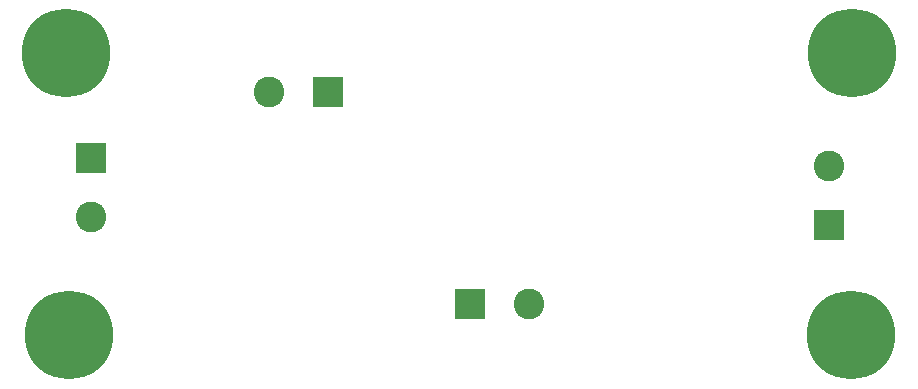
<source format=gbs>
G04 #@! TF.GenerationSoftware,KiCad,Pcbnew,(5.1.12)-1*
G04 #@! TF.CreationDate,2022-10-20T21:35:18-07:00*
G04 #@! TF.ProjectId,Fuente_de_poder,4675656e-7465-45f6-9465-5f706f646572,rev?*
G04 #@! TF.SameCoordinates,Original*
G04 #@! TF.FileFunction,Soldermask,Bot*
G04 #@! TF.FilePolarity,Negative*
%FSLAX46Y46*%
G04 Gerber Fmt 4.6, Leading zero omitted, Abs format (unit mm)*
G04 Created by KiCad (PCBNEW (5.1.12)-1) date 2022-10-20 21:35:18*
%MOMM*%
%LPD*%
G01*
G04 APERTURE LIST*
%ADD10C,2.600000*%
%ADD11R,2.600000X2.600000*%
%ADD12C,7.500000*%
G04 APERTURE END LIST*
D10*
X152518120Y-107734100D03*
D11*
X147518120Y-107734100D03*
D12*
X113360200Y-86485141D03*
X113635201Y-110403640D03*
X179788139Y-110403640D03*
X179908200Y-86485141D03*
D11*
X115503960Y-95379540D03*
D10*
X115503960Y-100379540D03*
D11*
X135542020Y-89806780D03*
D10*
X130542020Y-89806780D03*
D11*
X177982880Y-101043740D03*
D10*
X177982880Y-96043740D03*
M02*

</source>
